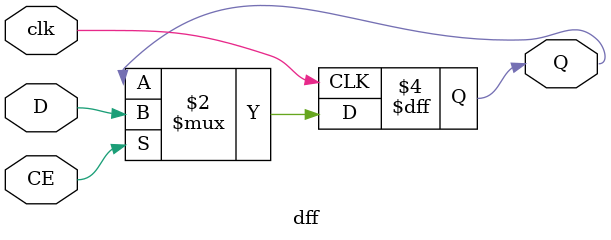
<source format=v>
module dff
(
input D,
input CE,
input clk,
output reg Q


  );

always @(posedge clk ) begin
  if(CE)
    Q <= D;
end

endmodule

</source>
